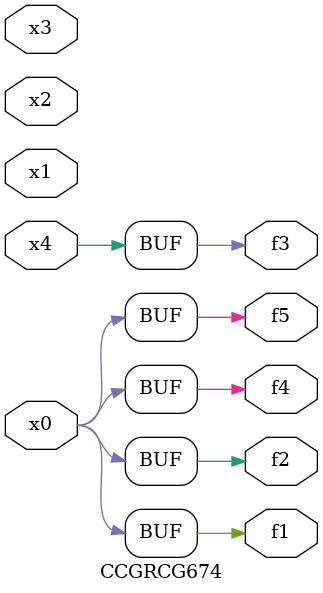
<source format=v>
module CCGRCG674(
	input x0, x1, x2, x3, x4,
	output f1, f2, f3, f4, f5
);
	assign f1 = x0;
	assign f2 = x0;
	assign f3 = x4;
	assign f4 = x0;
	assign f5 = x0;
endmodule

</source>
